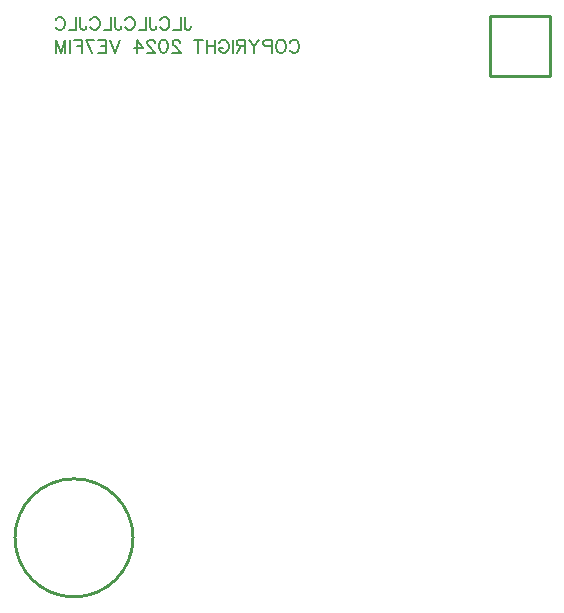
<source format=gbo>
G04 Layer: BottomSilkscreenLayer*
G04 Panelize: , Column: 2, Row: 2, Board Size: 58.42mm x 58.42mm, Panelized Board Size: 118.84mm x 118.84mm*
G04 EasyEDA v6.5.38, 2023-12-27 02:29:20*
G04 c8bedbd66dd74f4aa7d5f41e6d883f45,5a6b42c53f6a479593ecc07194224c93,10*
G04 Gerber Generator version 0.2*
G04 Scale: 100 percent, Rotated: No, Reflected: No *
G04 Dimensions in millimeters *
G04 leading zeros omitted , absolute positions ,4 integer and 5 decimal *
%FSLAX45Y45*%
%MOMM*%

%ADD10C,0.1524*%
%ADD11C,0.1520*%
%ADD12C,0.2540*%

%LPD*%
D10*
X2754167Y5486862D02*
G01*
X2759364Y5497253D01*
X2769755Y5507644D01*
X2780144Y5512838D01*
X2800926Y5512838D01*
X2811317Y5507644D01*
X2821708Y5497253D01*
X2826905Y5486862D01*
X2832100Y5471274D01*
X2832100Y5445297D01*
X2826905Y5429712D01*
X2821708Y5419321D01*
X2811317Y5408929D01*
X2800926Y5403735D01*
X2780144Y5403735D01*
X2769755Y5408929D01*
X2759364Y5419321D01*
X2754167Y5429712D01*
X2688704Y5512838D02*
G01*
X2699095Y5507644D01*
X2709486Y5497253D01*
X2714683Y5486862D01*
X2719877Y5471274D01*
X2719877Y5445297D01*
X2714683Y5429712D01*
X2709486Y5419321D01*
X2699095Y5408929D01*
X2688704Y5403735D01*
X2667924Y5403735D01*
X2657533Y5408929D01*
X2647142Y5419321D01*
X2641945Y5429712D01*
X2636751Y5445297D01*
X2636751Y5471274D01*
X2641945Y5486862D01*
X2647142Y5497253D01*
X2657533Y5507644D01*
X2667924Y5512838D01*
X2688704Y5512838D01*
X2602461Y5512838D02*
G01*
X2602461Y5403735D01*
X2602461Y5512838D02*
G01*
X2555702Y5512838D01*
X2540114Y5507644D01*
X2534920Y5502447D01*
X2529725Y5492056D01*
X2529725Y5476471D01*
X2534920Y5466079D01*
X2540114Y5460885D01*
X2555702Y5455688D01*
X2602461Y5455688D01*
X2495435Y5512838D02*
G01*
X2453871Y5460885D01*
X2453871Y5403735D01*
X2412306Y5512838D02*
G01*
X2453871Y5460885D01*
X2378016Y5512838D02*
G01*
X2378016Y5403735D01*
X2378016Y5512838D02*
G01*
X2331257Y5512838D01*
X2315672Y5507644D01*
X2310475Y5502447D01*
X2305281Y5492056D01*
X2305281Y5481665D01*
X2310475Y5471274D01*
X2315672Y5466079D01*
X2331257Y5460885D01*
X2378016Y5460885D01*
X2341648Y5460885D02*
G01*
X2305281Y5403735D01*
X2270991Y5512838D02*
G01*
X2270991Y5403735D01*
X2158768Y5486862D02*
G01*
X2163965Y5497253D01*
X2174354Y5507644D01*
X2184745Y5512838D01*
X2205527Y5512838D01*
X2215918Y5507644D01*
X2226309Y5497253D01*
X2231504Y5486862D01*
X2236701Y5471274D01*
X2236701Y5445297D01*
X2231504Y5429712D01*
X2226309Y5419321D01*
X2215918Y5408929D01*
X2205527Y5403735D01*
X2184745Y5403735D01*
X2174354Y5408929D01*
X2163965Y5419321D01*
X2158768Y5429712D01*
X2158768Y5445297D01*
X2184745Y5445297D02*
G01*
X2158768Y5445297D01*
X2124478Y5512838D02*
G01*
X2124478Y5403735D01*
X2051743Y5512838D02*
G01*
X2051743Y5403735D01*
X2124478Y5460885D02*
G01*
X2051743Y5460885D01*
X1981085Y5512838D02*
G01*
X1981085Y5403735D01*
X2017453Y5512838D02*
G01*
X1944715Y5512838D01*
X1825221Y5486862D02*
G01*
X1825221Y5492056D01*
X1820024Y5502447D01*
X1814829Y5507644D01*
X1804438Y5512838D01*
X1783656Y5512838D01*
X1773265Y5507644D01*
X1768071Y5502447D01*
X1762874Y5492056D01*
X1762874Y5481665D01*
X1768071Y5471274D01*
X1778462Y5455688D01*
X1830415Y5403735D01*
X1757679Y5403735D01*
X1692216Y5512838D02*
G01*
X1707804Y5507644D01*
X1718195Y5492056D01*
X1723389Y5466079D01*
X1723389Y5450494D01*
X1718195Y5424515D01*
X1707804Y5408929D01*
X1692216Y5403735D01*
X1681825Y5403735D01*
X1666239Y5408929D01*
X1655848Y5424515D01*
X1650654Y5450494D01*
X1650654Y5466079D01*
X1655848Y5492056D01*
X1666239Y5507644D01*
X1681825Y5512838D01*
X1692216Y5512838D01*
X1611167Y5486862D02*
G01*
X1611167Y5492056D01*
X1605973Y5502447D01*
X1600776Y5507644D01*
X1590385Y5512838D01*
X1569605Y5512838D01*
X1559214Y5507644D01*
X1554017Y5502447D01*
X1548823Y5492056D01*
X1548823Y5481665D01*
X1554017Y5471274D01*
X1564408Y5455688D01*
X1616364Y5403735D01*
X1543626Y5403735D01*
X1457383Y5512838D02*
G01*
X1509336Y5440103D01*
X1431404Y5440103D01*
X1457383Y5512838D02*
G01*
X1457383Y5403735D01*
X1317104Y5512838D02*
G01*
X1275542Y5403735D01*
X1233977Y5512838D02*
G01*
X1275542Y5403735D01*
X1199687Y5512838D02*
G01*
X1199687Y5403735D01*
X1199687Y5512838D02*
G01*
X1132146Y5512838D01*
X1199687Y5460885D02*
G01*
X1158125Y5460885D01*
X1199687Y5403735D02*
G01*
X1132146Y5403735D01*
X1025121Y5512838D02*
G01*
X1077074Y5403735D01*
X1097856Y5512838D02*
G01*
X1025121Y5512838D01*
X990831Y5512838D02*
G01*
X990831Y5403735D01*
X990831Y5512838D02*
G01*
X923289Y5512838D01*
X990831Y5460885D02*
G01*
X949266Y5460885D01*
X889000Y5512838D02*
G01*
X889000Y5403735D01*
X854710Y5512838D02*
G01*
X854710Y5403735D01*
X854710Y5512838D02*
G01*
X813145Y5403735D01*
X771583Y5512838D02*
G01*
X813145Y5403735D01*
X771583Y5512838D02*
G01*
X771583Y5403735D01*
D11*
X1865744Y5703338D02*
G01*
X1865744Y5620212D01*
X1870941Y5604624D01*
X1876135Y5599429D01*
X1886526Y5594235D01*
X1896917Y5594235D01*
X1907308Y5599429D01*
X1912505Y5604624D01*
X1917700Y5620212D01*
X1917700Y5630603D01*
X1831454Y5703338D02*
G01*
X1831454Y5594235D01*
X1831454Y5594235D02*
G01*
X1769110Y5594235D01*
X1656887Y5677362D02*
G01*
X1662084Y5687753D01*
X1672475Y5698144D01*
X1682864Y5703338D01*
X1703646Y5703338D01*
X1714037Y5698144D01*
X1724428Y5687753D01*
X1729625Y5677362D01*
X1734820Y5661774D01*
X1734820Y5635797D01*
X1729625Y5620212D01*
X1724428Y5609821D01*
X1714037Y5599429D01*
X1703646Y5594235D01*
X1682864Y5594235D01*
X1672475Y5599429D01*
X1662084Y5609821D01*
X1656887Y5620212D01*
X1570644Y5703338D02*
G01*
X1570644Y5620212D01*
X1575838Y5604624D01*
X1581035Y5599429D01*
X1591424Y5594235D01*
X1601815Y5594235D01*
X1612206Y5599429D01*
X1617403Y5604624D01*
X1622597Y5620212D01*
X1622597Y5630603D01*
X1536354Y5703338D02*
G01*
X1536354Y5594235D01*
X1536354Y5594235D02*
G01*
X1474007Y5594235D01*
X1361785Y5677362D02*
G01*
X1366982Y5687753D01*
X1377373Y5698144D01*
X1387764Y5703338D01*
X1408544Y5703338D01*
X1418935Y5698144D01*
X1429326Y5687753D01*
X1434523Y5677362D01*
X1439717Y5661774D01*
X1439717Y5635797D01*
X1434523Y5620212D01*
X1429326Y5609821D01*
X1418935Y5599429D01*
X1408544Y5594235D01*
X1387764Y5594235D01*
X1377373Y5599429D01*
X1366982Y5609821D01*
X1361785Y5620212D01*
X1275542Y5703338D02*
G01*
X1275542Y5620212D01*
X1280736Y5604624D01*
X1285933Y5599429D01*
X1296324Y5594235D01*
X1306715Y5594235D01*
X1317104Y5599429D01*
X1322301Y5604624D01*
X1327495Y5620212D01*
X1327495Y5630603D01*
X1241252Y5703338D02*
G01*
X1241252Y5594235D01*
X1241252Y5594235D02*
G01*
X1178905Y5594235D01*
X1066685Y5677362D02*
G01*
X1071879Y5687753D01*
X1082271Y5698144D01*
X1092662Y5703338D01*
X1113444Y5703338D01*
X1123835Y5698144D01*
X1134224Y5687753D01*
X1139421Y5677362D01*
X1144615Y5661774D01*
X1144615Y5635797D01*
X1139421Y5620212D01*
X1134224Y5609821D01*
X1123835Y5599429D01*
X1113444Y5594235D01*
X1092662Y5594235D01*
X1082271Y5599429D01*
X1071879Y5609821D01*
X1066685Y5620212D01*
X980439Y5703338D02*
G01*
X980439Y5620212D01*
X985634Y5604624D01*
X990831Y5599429D01*
X1001222Y5594235D01*
X1011613Y5594235D01*
X1022004Y5599429D01*
X1027198Y5604624D01*
X1032395Y5620212D01*
X1032395Y5630603D01*
X946150Y5703338D02*
G01*
X946150Y5594235D01*
X946150Y5594235D02*
G01*
X883805Y5594235D01*
X771583Y5677362D02*
G01*
X776777Y5687753D01*
X787168Y5698144D01*
X797560Y5703338D01*
X818342Y5703338D01*
X828733Y5698144D01*
X839124Y5687753D01*
X844318Y5677362D01*
X849515Y5661774D01*
X849515Y5635797D01*
X844318Y5620212D01*
X839124Y5609821D01*
X828733Y5599429D01*
X818342Y5594235D01*
X797560Y5594235D01*
X787168Y5599429D01*
X776777Y5609821D01*
X771583Y5620212D01*
D12*
G75*
G01
X1427099Y1295400D02*
G03X1427099Y1295400I-499999J0D01*
X4445000Y5715000D02*
G01*
X4953000Y5715000D01*
X4953000Y5207000D01*
X4445000Y5207000D01*
X4445000Y5715000D01*
M02*

</source>
